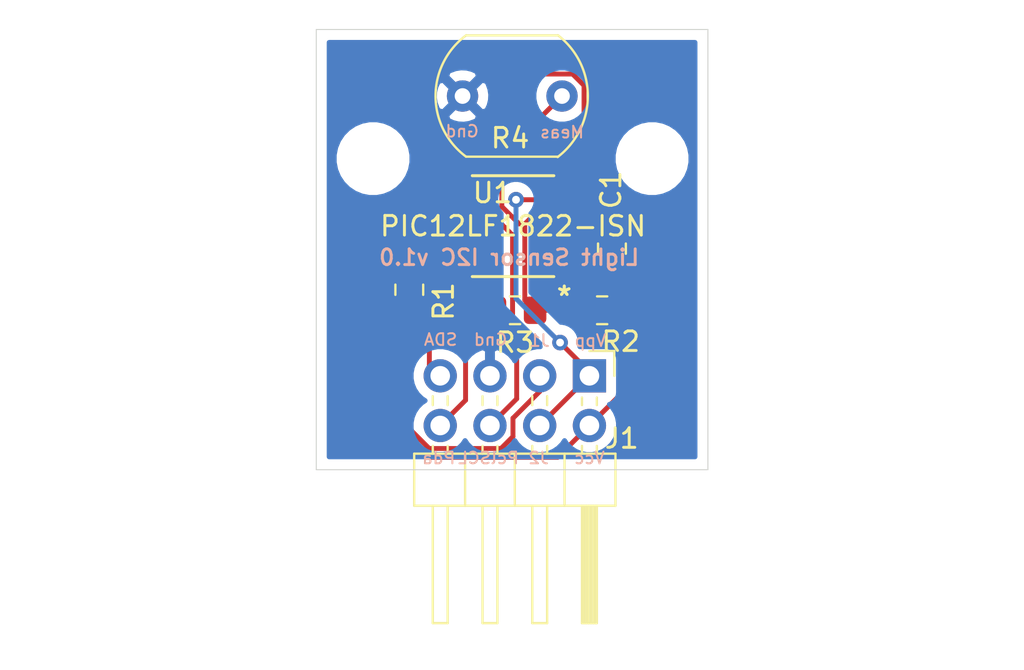
<source format=kicad_pcb>
(kicad_pcb (version 20171130) (host pcbnew "(5.1.6)-1")

  (general
    (thickness 1.6)
    (drawings 15)
    (tracks 64)
    (zones 0)
    (modules 9)
    (nets 10)
  )

  (page A4)
  (layers
    (0 F.Cu signal)
    (31 B.Cu signal)
    (32 B.Adhes user)
    (33 F.Adhes user)
    (34 B.Paste user)
    (35 F.Paste user)
    (36 B.SilkS user)
    (37 F.SilkS user)
    (38 B.Mask user)
    (39 F.Mask user)
    (40 Dwgs.User user)
    (41 Cmts.User user)
    (42 Eco1.User user)
    (43 Eco2.User user)
    (44 Edge.Cuts user)
    (45 Margin user)
    (46 B.CrtYd user)
    (47 F.CrtYd user)
    (48 B.Fab user)
    (49 F.Fab user)
  )

  (setup
    (last_trace_width 0.25)
    (trace_clearance 0.2)
    (zone_clearance 0.508)
    (zone_45_only no)
    (trace_min 0.2)
    (via_size 0.8)
    (via_drill 0.4)
    (via_min_size 0.4)
    (via_min_drill 0.3)
    (uvia_size 0.3)
    (uvia_drill 0.1)
    (uvias_allowed no)
    (uvia_min_size 0.2)
    (uvia_min_drill 0.1)
    (edge_width 0.05)
    (segment_width 0.2)
    (pcb_text_width 0.3)
    (pcb_text_size 1.5 1.5)
    (mod_edge_width 0.12)
    (mod_text_size 1 1)
    (mod_text_width 0.15)
    (pad_size 1.524 1.524)
    (pad_drill 0.762)
    (pad_to_mask_clearance 0.05)
    (aux_axis_origin 0 0)
    (visible_elements 7FFFFFFF)
    (pcbplotparams
      (layerselection 0x010fc_ffffffff)
      (usegerberextensions false)
      (usegerberattributes true)
      (usegerberadvancedattributes true)
      (creategerberjobfile true)
      (excludeedgelayer true)
      (linewidth 0.100000)
      (plotframeref false)
      (viasonmask false)
      (mode 1)
      (useauxorigin false)
      (hpglpennumber 1)
      (hpglpenspeed 20)
      (hpglpendiameter 15.000000)
      (psnegative false)
      (psa4output false)
      (plotreference true)
      (plotvalue true)
      (plotinvisibletext false)
      (padsonsilk false)
      (subtractmaskfromsilk false)
      (outputformat 1)
      (mirror false)
      (drillshape 0)
      (scaleselection 1)
      (outputdirectory ""))
  )

  (net 0 "")
  (net 1 VPP)
  (net 2 VCC)
  (net 3 "Net-(J1-Pad3)")
  (net 4 GND)
  (net 5 /Pcl)
  (net 6 /SDA)
  (net 7 /Pda)
  (net 8 /Meas)
  (net 9 "Net-(U1-Pad2)")

  (net_class Default "This is the default net class."
    (clearance 0.2)
    (trace_width 0.25)
    (via_dia 0.8)
    (via_drill 0.4)
    (uvia_dia 0.3)
    (uvia_drill 0.1)
    (add_net /Meas)
    (add_net /Pcl)
    (add_net /Pda)
    (add_net /SDA)
    (add_net GND)
    (add_net "Net-(J1-Pad3)")
    (add_net "Net-(U1-Pad2)")
    (add_net VCC)
    (add_net VPP)
  )

  (module MountingHole:MountingHole_2.7mm (layer F.Cu) (tedit 56D1B4CB) (tstamp 608CF6BF)
    (at 145.4 93.6)
    (descr "Mounting Hole 2.7mm, no annular")
    (tags "mounting hole 2.7mm no annular")
    (attr virtual)
    (fp_text reference REF** (at 0 -3.7) (layer F.SilkS) hide
      (effects (font (size 1 1) (thickness 0.15)))
    )
    (fp_text value MountingHole_2.7mm (at -11 -0.05) (layer F.Fab)
      (effects (font (size 1 1) (thickness 0.15)))
    )
    (fp_circle (center 0 0) (end 2.95 0) (layer F.CrtYd) (width 0.05))
    (fp_circle (center 0 0) (end 2.7 0) (layer Cmts.User) (width 0.15))
    (fp_text user %R (at 0.3 0) (layer F.Fab)
      (effects (font (size 1 1) (thickness 0.15)))
    )
    (pad 1 np_thru_hole circle (at 0 0) (size 2.7 2.7) (drill 2.7) (layers *.Cu *.Mask))
  )

  (module MountingHole:MountingHole_2.7mm (layer F.Cu) (tedit 56D1B4CB) (tstamp 608CF672)
    (at 159.65 93.6)
    (descr "Mounting Hole 2.7mm, no annular")
    (tags "mounting hole 2.7mm no annular")
    (attr virtual)
    (fp_text reference REF** (at 0 -3.7) (layer F.SilkS) hide
      (effects (font (size 1 1) (thickness 0.15)))
    )
    (fp_text value MountingHole_2.7mm (at 10.95 0.05 180) (layer F.Fab)
      (effects (font (size 1 1) (thickness 0.15)))
    )
    (fp_circle (center 0 0) (end 2.95 0) (layer F.CrtYd) (width 0.05))
    (fp_circle (center 0 0) (end 2.7 0) (layer Cmts.User) (width 0.15))
    (fp_text user %R (at 0.3 0) (layer F.Fab)
      (effects (font (size 1 1) (thickness 0.15)))
    )
    (pad 1 np_thru_hole circle (at 0 0) (size 2.7 2.7) (drill 2.7) (layers *.Cu *.Mask))
  )

  (module Capacitor_SMD:C_0805_2012Metric_Pad1.15x1.40mm_HandSolder (layer F.Cu) (tedit 5B36C52B) (tstamp 608CEB2B)
    (at 157.6 98.2 90)
    (descr "Capacitor SMD 0805 (2012 Metric), square (rectangular) end terminal, IPC_7351 nominal with elongated pad for handsoldering. (Body size source: https://docs.google.com/spreadsheets/d/1BsfQQcO9C6DZCsRaXUlFlo91Tg2WpOkGARC1WS5S8t0/edit?usp=sharing), generated with kicad-footprint-generator")
    (tags "capacitor handsolder")
    (path /608CAEBD)
    (attr smd)
    (fp_text reference C1 (at 3 -0.05 90) (layer F.SilkS)
      (effects (font (size 1 1) (thickness 0.15)))
    )
    (fp_text value 0.1uF (at 0 1.65 90) (layer F.Fab)
      (effects (font (size 1 1) (thickness 0.15)))
    )
    (fp_line (start 1.85 0.95) (end -1.85 0.95) (layer F.CrtYd) (width 0.05))
    (fp_line (start 1.85 -0.95) (end 1.85 0.95) (layer F.CrtYd) (width 0.05))
    (fp_line (start -1.85 -0.95) (end 1.85 -0.95) (layer F.CrtYd) (width 0.05))
    (fp_line (start -1.85 0.95) (end -1.85 -0.95) (layer F.CrtYd) (width 0.05))
    (fp_line (start -0.261252 0.71) (end 0.261252 0.71) (layer F.SilkS) (width 0.12))
    (fp_line (start -0.261252 -0.71) (end 0.261252 -0.71) (layer F.SilkS) (width 0.12))
    (fp_line (start 1 0.6) (end -1 0.6) (layer F.Fab) (width 0.1))
    (fp_line (start 1 -0.6) (end 1 0.6) (layer F.Fab) (width 0.1))
    (fp_line (start -1 -0.6) (end 1 -0.6) (layer F.Fab) (width 0.1))
    (fp_line (start -1 0.6) (end -1 -0.6) (layer F.Fab) (width 0.1))
    (fp_text user %R (at 0 0 90) (layer F.Fab)
      (effects (font (size 0.5 0.5) (thickness 0.08)))
    )
    (pad 2 smd roundrect (at 1.025 0 90) (size 1.15 1.4) (layers F.Cu F.Paste F.Mask) (roundrect_rratio 0.217391)
      (net 4 GND))
    (pad 1 smd roundrect (at -1.025 0 90) (size 1.15 1.4) (layers F.Cu F.Paste F.Mask) (roundrect_rratio 0.217391)
      (net 2 VCC))
    (model ${KISYS3DMOD}/Capacitor_SMD.3dshapes/C_0805_2012Metric.wrl
      (at (xyz 0 0 0))
      (scale (xyz 1 1 1))
      (rotate (xyz 0 0 0))
    )
  )

  (module Connector_PinHeader_2.54mm:PinHeader_2x04_P2.54mm_Horizontal (layer F.Cu) (tedit 59FED5CB) (tstamp 608CDDC9)
    (at 156.45 104.7 270)
    (descr "Through hole angled pin header, 2x04, 2.54mm pitch, 6mm pin length, double rows")
    (tags "Through hole angled pin header THT 2x04 2.54mm double row")
    (path /608DCB8A)
    (fp_text reference J1 (at 3.2 -1.65 180) (layer F.SilkS)
      (effects (font (size 1 1) (thickness 0.15)))
    )
    (fp_text value PROG_PWR (at 14.2 3.95 180) (layer F.Fab)
      (effects (font (size 1 1) (thickness 0.15)))
    )
    (fp_line (start 13.1 -1.8) (end -1.8 -1.8) (layer F.CrtYd) (width 0.05))
    (fp_line (start 13.1 9.4) (end 13.1 -1.8) (layer F.CrtYd) (width 0.05))
    (fp_line (start -1.8 9.4) (end 13.1 9.4) (layer F.CrtYd) (width 0.05))
    (fp_line (start -1.8 -1.8) (end -1.8 9.4) (layer F.CrtYd) (width 0.05))
    (fp_line (start -1.27 -1.27) (end 0 -1.27) (layer F.SilkS) (width 0.12))
    (fp_line (start -1.27 0) (end -1.27 -1.27) (layer F.SilkS) (width 0.12))
    (fp_line (start 1.042929 8) (end 1.497071 8) (layer F.SilkS) (width 0.12))
    (fp_line (start 1.042929 7.24) (end 1.497071 7.24) (layer F.SilkS) (width 0.12))
    (fp_line (start 3.582929 8) (end 3.98 8) (layer F.SilkS) (width 0.12))
    (fp_line (start 3.582929 7.24) (end 3.98 7.24) (layer F.SilkS) (width 0.12))
    (fp_line (start 12.64 8) (end 6.64 8) (layer F.SilkS) (width 0.12))
    (fp_line (start 12.64 7.24) (end 12.64 8) (layer F.SilkS) (width 0.12))
    (fp_line (start 6.64 7.24) (end 12.64 7.24) (layer F.SilkS) (width 0.12))
    (fp_line (start 3.98 6.35) (end 6.64 6.35) (layer F.SilkS) (width 0.12))
    (fp_line (start 1.042929 5.46) (end 1.497071 5.46) (layer F.SilkS) (width 0.12))
    (fp_line (start 1.042929 4.7) (end 1.497071 4.7) (layer F.SilkS) (width 0.12))
    (fp_line (start 3.582929 5.46) (end 3.98 5.46) (layer F.SilkS) (width 0.12))
    (fp_line (start 3.582929 4.7) (end 3.98 4.7) (layer F.SilkS) (width 0.12))
    (fp_line (start 12.64 5.46) (end 6.64 5.46) (layer F.SilkS) (width 0.12))
    (fp_line (start 12.64 4.7) (end 12.64 5.46) (layer F.SilkS) (width 0.12))
    (fp_line (start 6.64 4.7) (end 12.64 4.7) (layer F.SilkS) (width 0.12))
    (fp_line (start 3.98 3.81) (end 6.64 3.81) (layer F.SilkS) (width 0.12))
    (fp_line (start 1.042929 2.92) (end 1.497071 2.92) (layer F.SilkS) (width 0.12))
    (fp_line (start 1.042929 2.16) (end 1.497071 2.16) (layer F.SilkS) (width 0.12))
    (fp_line (start 3.582929 2.92) (end 3.98 2.92) (layer F.SilkS) (width 0.12))
    (fp_line (start 3.582929 2.16) (end 3.98 2.16) (layer F.SilkS) (width 0.12))
    (fp_line (start 12.64 2.92) (end 6.64 2.92) (layer F.SilkS) (width 0.12))
    (fp_line (start 12.64 2.16) (end 12.64 2.92) (layer F.SilkS) (width 0.12))
    (fp_line (start 6.64 2.16) (end 12.64 2.16) (layer F.SilkS) (width 0.12))
    (fp_line (start 3.98 1.27) (end 6.64 1.27) (layer F.SilkS) (width 0.12))
    (fp_line (start 1.11 0.38) (end 1.497071 0.38) (layer F.SilkS) (width 0.12))
    (fp_line (start 1.11 -0.38) (end 1.497071 -0.38) (layer F.SilkS) (width 0.12))
    (fp_line (start 3.582929 0.38) (end 3.98 0.38) (layer F.SilkS) (width 0.12))
    (fp_line (start 3.582929 -0.38) (end 3.98 -0.38) (layer F.SilkS) (width 0.12))
    (fp_line (start 6.64 0.28) (end 12.64 0.28) (layer F.SilkS) (width 0.12))
    (fp_line (start 6.64 0.16) (end 12.64 0.16) (layer F.SilkS) (width 0.12))
    (fp_line (start 6.64 0.04) (end 12.64 0.04) (layer F.SilkS) (width 0.12))
    (fp_line (start 6.64 -0.08) (end 12.64 -0.08) (layer F.SilkS) (width 0.12))
    (fp_line (start 6.64 -0.2) (end 12.64 -0.2) (layer F.SilkS) (width 0.12))
    (fp_line (start 6.64 -0.32) (end 12.64 -0.32) (layer F.SilkS) (width 0.12))
    (fp_line (start 12.64 0.38) (end 6.64 0.38) (layer F.SilkS) (width 0.12))
    (fp_line (start 12.64 -0.38) (end 12.64 0.38) (layer F.SilkS) (width 0.12))
    (fp_line (start 6.64 -0.38) (end 12.64 -0.38) (layer F.SilkS) (width 0.12))
    (fp_line (start 6.64 -1.33) (end 3.98 -1.33) (layer F.SilkS) (width 0.12))
    (fp_line (start 6.64 8.95) (end 6.64 -1.33) (layer F.SilkS) (width 0.12))
    (fp_line (start 3.98 8.95) (end 6.64 8.95) (layer F.SilkS) (width 0.12))
    (fp_line (start 3.98 -1.33) (end 3.98 8.95) (layer F.SilkS) (width 0.12))
    (fp_line (start 6.58 7.94) (end 12.58 7.94) (layer F.Fab) (width 0.1))
    (fp_line (start 12.58 7.3) (end 12.58 7.94) (layer F.Fab) (width 0.1))
    (fp_line (start 6.58 7.3) (end 12.58 7.3) (layer F.Fab) (width 0.1))
    (fp_line (start -0.32 7.94) (end 4.04 7.94) (layer F.Fab) (width 0.1))
    (fp_line (start -0.32 7.3) (end -0.32 7.94) (layer F.Fab) (width 0.1))
    (fp_line (start -0.32 7.3) (end 4.04 7.3) (layer F.Fab) (width 0.1))
    (fp_line (start 6.58 5.4) (end 12.58 5.4) (layer F.Fab) (width 0.1))
    (fp_line (start 12.58 4.76) (end 12.58 5.4) (layer F.Fab) (width 0.1))
    (fp_line (start 6.58 4.76) (end 12.58 4.76) (layer F.Fab) (width 0.1))
    (fp_line (start -0.32 5.4) (end 4.04 5.4) (layer F.Fab) (width 0.1))
    (fp_line (start -0.32 4.76) (end -0.32 5.4) (layer F.Fab) (width 0.1))
    (fp_line (start -0.32 4.76) (end 4.04 4.76) (layer F.Fab) (width 0.1))
    (fp_line (start 6.58 2.86) (end 12.58 2.86) (layer F.Fab) (width 0.1))
    (fp_line (start 12.58 2.22) (end 12.58 2.86) (layer F.Fab) (width 0.1))
    (fp_line (start 6.58 2.22) (end 12.58 2.22) (layer F.Fab) (width 0.1))
    (fp_line (start -0.32 2.86) (end 4.04 2.86) (layer F.Fab) (width 0.1))
    (fp_line (start -0.32 2.22) (end -0.32 2.86) (layer F.Fab) (width 0.1))
    (fp_line (start -0.32 2.22) (end 4.04 2.22) (layer F.Fab) (width 0.1))
    (fp_line (start 6.58 0.32) (end 12.58 0.32) (layer F.Fab) (width 0.1))
    (fp_line (start 12.58 -0.32) (end 12.58 0.32) (layer F.Fab) (width 0.1))
    (fp_line (start 6.58 -0.32) (end 12.58 -0.32) (layer F.Fab) (width 0.1))
    (fp_line (start -0.32 0.32) (end 4.04 0.32) (layer F.Fab) (width 0.1))
    (fp_line (start -0.32 -0.32) (end -0.32 0.32) (layer F.Fab) (width 0.1))
    (fp_line (start -0.32 -0.32) (end 4.04 -0.32) (layer F.Fab) (width 0.1))
    (fp_line (start 4.04 -0.635) (end 4.675 -1.27) (layer F.Fab) (width 0.1))
    (fp_line (start 4.04 8.89) (end 4.04 -0.635) (layer F.Fab) (width 0.1))
    (fp_line (start 6.58 8.89) (end 4.04 8.89) (layer F.Fab) (width 0.1))
    (fp_line (start 6.58 -1.27) (end 6.58 8.89) (layer F.Fab) (width 0.1))
    (fp_line (start 4.675 -1.27) (end 6.58 -1.27) (layer F.Fab) (width 0.1))
    (fp_text user %R (at 5.31 3.81) (layer F.Fab)
      (effects (font (size 1 1) (thickness 0.15)))
    )
    (pad 1 thru_hole rect (at 0 0 270) (size 1.7 1.7) (drill 1) (layers *.Cu *.Mask)
      (net 1 VPP))
    (pad 2 thru_hole oval (at 2.54 0 270) (size 1.7 1.7) (drill 1) (layers *.Cu *.Mask)
      (net 2 VCC))
    (pad 3 thru_hole oval (at 0 2.54 270) (size 1.7 1.7) (drill 1) (layers *.Cu *.Mask)
      (net 3 "Net-(J1-Pad3)"))
    (pad 4 thru_hole oval (at 2.54 2.54 270) (size 1.7 1.7) (drill 1) (layers *.Cu *.Mask)
      (net 1 VPP))
    (pad 5 thru_hole oval (at 0 5.08 270) (size 1.7 1.7) (drill 1) (layers *.Cu *.Mask)
      (net 4 GND))
    (pad 6 thru_hole oval (at 2.54 5.08 270) (size 1.7 1.7) (drill 1) (layers *.Cu *.Mask)
      (net 5 /Pcl))
    (pad 7 thru_hole oval (at 0 7.62 270) (size 1.7 1.7) (drill 1) (layers *.Cu *.Mask)
      (net 6 /SDA))
    (pad 8 thru_hole oval (at 2.54 7.62 270) (size 1.7 1.7) (drill 1) (layers *.Cu *.Mask)
      (net 7 /Pda))
    (model ${KISYS3DMOD}/Connector_PinHeader_2.54mm.3dshapes/PinHeader_2x04_P2.54mm_Horizontal.wrl
      (at (xyz 0 0 0))
      (scale (xyz 1 1 1))
      (rotate (xyz 0 0 0))
    )
  )

  (module Resistor_SMD:R_0805_2012Metric_Pad1.15x1.40mm_HandSolder (layer F.Cu) (tedit 5B36C52B) (tstamp 608CDDDA)
    (at 147.25 100.3 270)
    (descr "Resistor SMD 0805 (2012 Metric), square (rectangular) end terminal, IPC_7351 nominal with elongated pad for handsoldering. (Body size source: https://docs.google.com/spreadsheets/d/1BsfQQcO9C6DZCsRaXUlFlo91Tg2WpOkGARC1WS5S8t0/edit?usp=sharing), generated with kicad-footprint-generator")
    (tags "resistor handsolder")
    (path /608CC393)
    (attr smd)
    (fp_text reference R1 (at 0.6 -1.75 90) (layer F.SilkS)
      (effects (font (size 1 1) (thickness 0.15)))
    )
    (fp_text value 10k (at 0 1.65 90) (layer F.Fab)
      (effects (font (size 1 1) (thickness 0.15)))
    )
    (fp_line (start 1.85 0.95) (end -1.85 0.95) (layer F.CrtYd) (width 0.05))
    (fp_line (start 1.85 -0.95) (end 1.85 0.95) (layer F.CrtYd) (width 0.05))
    (fp_line (start -1.85 -0.95) (end 1.85 -0.95) (layer F.CrtYd) (width 0.05))
    (fp_line (start -1.85 0.95) (end -1.85 -0.95) (layer F.CrtYd) (width 0.05))
    (fp_line (start -0.261252 0.71) (end 0.261252 0.71) (layer F.SilkS) (width 0.12))
    (fp_line (start -0.261252 -0.71) (end 0.261252 -0.71) (layer F.SilkS) (width 0.12))
    (fp_line (start 1 0.6) (end -1 0.6) (layer F.Fab) (width 0.1))
    (fp_line (start 1 -0.6) (end 1 0.6) (layer F.Fab) (width 0.1))
    (fp_line (start -1 -0.6) (end 1 -0.6) (layer F.Fab) (width 0.1))
    (fp_line (start -1 0.6) (end -1 -0.6) (layer F.Fab) (width 0.1))
    (fp_text user %R (at 0 0 90) (layer F.Fab)
      (effects (font (size 0.5 0.5) (thickness 0.08)))
    )
    (pad 1 smd roundrect (at -1.025 0 270) (size 1.15 1.4) (layers F.Cu F.Paste F.Mask) (roundrect_rratio 0.217391)
      (net 2 VCC))
    (pad 2 smd roundrect (at 1.025 0 270) (size 1.15 1.4) (layers F.Cu F.Paste F.Mask) (roundrect_rratio 0.217391)
      (net 3 "Net-(J1-Pad3)"))
    (model ${KISYS3DMOD}/Resistor_SMD.3dshapes/R_0805_2012Metric.wrl
      (at (xyz 0 0 0))
      (scale (xyz 1 1 1))
      (rotate (xyz 0 0 0))
    )
  )

  (module Resistor_SMD:R_0805_2012Metric_Pad1.15x1.40mm_HandSolder (layer F.Cu) (tedit 5B36C52B) (tstamp 608CDDEB)
    (at 157.1 101.35 180)
    (descr "Resistor SMD 0805 (2012 Metric), square (rectangular) end terminal, IPC_7351 nominal with elongated pad for handsoldering. (Body size source: https://docs.google.com/spreadsheets/d/1BsfQQcO9C6DZCsRaXUlFlo91Tg2WpOkGARC1WS5S8t0/edit?usp=sharing), generated with kicad-footprint-generator")
    (tags "resistor handsolder")
    (path /608D46C7)
    (attr smd)
    (fp_text reference R2 (at -0.95 -1.6) (layer F.SilkS)
      (effects (font (size 1 1) (thickness 0.15)))
    )
    (fp_text value 5.1k (at 0 1.65) (layer F.Fab)
      (effects (font (size 1 1) (thickness 0.15)))
    )
    (fp_line (start -1 0.6) (end -1 -0.6) (layer F.Fab) (width 0.1))
    (fp_line (start -1 -0.6) (end 1 -0.6) (layer F.Fab) (width 0.1))
    (fp_line (start 1 -0.6) (end 1 0.6) (layer F.Fab) (width 0.1))
    (fp_line (start 1 0.6) (end -1 0.6) (layer F.Fab) (width 0.1))
    (fp_line (start -0.261252 -0.71) (end 0.261252 -0.71) (layer F.SilkS) (width 0.12))
    (fp_line (start -0.261252 0.71) (end 0.261252 0.71) (layer F.SilkS) (width 0.12))
    (fp_line (start -1.85 0.95) (end -1.85 -0.95) (layer F.CrtYd) (width 0.05))
    (fp_line (start -1.85 -0.95) (end 1.85 -0.95) (layer F.CrtYd) (width 0.05))
    (fp_line (start 1.85 -0.95) (end 1.85 0.95) (layer F.CrtYd) (width 0.05))
    (fp_line (start 1.85 0.95) (end -1.85 0.95) (layer F.CrtYd) (width 0.05))
    (fp_text user %R (at 0 0) (layer F.Fab)
      (effects (font (size 0.5 0.5) (thickness 0.08)))
    )
    (pad 2 smd roundrect (at 1.025 0 180) (size 1.15 1.4) (layers F.Cu F.Paste F.Mask) (roundrect_rratio 0.217391)
      (net 8 /Meas))
    (pad 1 smd roundrect (at -1.025 0 180) (size 1.15 1.4) (layers F.Cu F.Paste F.Mask) (roundrect_rratio 0.217391)
      (net 2 VCC))
    (model ${KISYS3DMOD}/Resistor_SMD.3dshapes/R_0805_2012Metric.wrl
      (at (xyz 0 0 0))
      (scale (xyz 1 1 1))
      (rotate (xyz 0 0 0))
    )
  )

  (module Resistor_SMD:R_0805_2012Metric_Pad1.15x1.40mm_HandSolder (layer F.Cu) (tedit 5B36C52B) (tstamp 608CDDFC)
    (at 152.65 101.35 180)
    (descr "Resistor SMD 0805 (2012 Metric), square (rectangular) end terminal, IPC_7351 nominal with elongated pad for handsoldering. (Body size source: https://docs.google.com/spreadsheets/d/1BsfQQcO9C6DZCsRaXUlFlo91Tg2WpOkGARC1WS5S8t0/edit?usp=sharing), generated with kicad-footprint-generator")
    (tags "resistor handsolder")
    (path /608D6C4F)
    (attr smd)
    (fp_text reference R3 (at 0 -1.65) (layer F.SilkS)
      (effects (font (size 1 1) (thickness 0.15)))
    )
    (fp_text value 8.2k (at 0 1.65) (layer F.Fab)
      (effects (font (size 1 1) (thickness 0.15)))
    )
    (fp_line (start 1.85 0.95) (end -1.85 0.95) (layer F.CrtYd) (width 0.05))
    (fp_line (start 1.85 -0.95) (end 1.85 0.95) (layer F.CrtYd) (width 0.05))
    (fp_line (start -1.85 -0.95) (end 1.85 -0.95) (layer F.CrtYd) (width 0.05))
    (fp_line (start -1.85 0.95) (end -1.85 -0.95) (layer F.CrtYd) (width 0.05))
    (fp_line (start -0.261252 0.71) (end 0.261252 0.71) (layer F.SilkS) (width 0.12))
    (fp_line (start -0.261252 -0.71) (end 0.261252 -0.71) (layer F.SilkS) (width 0.12))
    (fp_line (start 1 0.6) (end -1 0.6) (layer F.Fab) (width 0.1))
    (fp_line (start 1 -0.6) (end 1 0.6) (layer F.Fab) (width 0.1))
    (fp_line (start -1 -0.6) (end 1 -0.6) (layer F.Fab) (width 0.1))
    (fp_line (start -1 0.6) (end -1 -0.6) (layer F.Fab) (width 0.1))
    (fp_text user %R (at 0 0) (layer F.Fab)
      (effects (font (size 0.5 0.5) (thickness 0.08)))
    )
    (pad 1 smd roundrect (at -1.025 0 180) (size 1.15 1.4) (layers F.Cu F.Paste F.Mask) (roundrect_rratio 0.217391)
      (net 8 /Meas))
    (pad 2 smd roundrect (at 1.025 0 180) (size 1.15 1.4) (layers F.Cu F.Paste F.Mask) (roundrect_rratio 0.217391)
      (net 4 GND))
    (model ${KISYS3DMOD}/Resistor_SMD.3dshapes/R_0805_2012Metric.wrl
      (at (xyz 0 0 0))
      (scale (xyz 1 1 1))
      (rotate (xyz 0 0 0))
    )
  )

  (module OptoDevice:R_LDR_7x6mm_P5.1mm_Vertical (layer F.Cu) (tedit 5B86044C) (tstamp 608CDE1C)
    (at 155.05 90.4 180)
    (descr "Resistor, LDR 7x6mm")
    (tags "Resistor LDR7x6mm")
    (path /608D8998)
    (fp_text reference R4 (at 2.65 -2.15) (layer F.SilkS)
      (effects (font (size 1 1) (thickness 0.15)))
    )
    (fp_text value R_PHOTO (at 2.54 4.06) (layer F.Fab)
      (effects (font (size 1 1) (thickness 0.15)))
    )
    (fp_line (start 6.57 3.25) (end -1.49 3.25) (layer F.CrtYd) (width 0.05))
    (fp_line (start 6.57 3.25) (end 6.57 -3.25) (layer F.CrtYd) (width 0.05))
    (fp_line (start -1.49 -3.25) (end -1.49 3.25) (layer F.CrtYd) (width 0.05))
    (fp_line (start -1.49 -3.25) (end 6.57 -3.25) (layer F.CrtYd) (width 0.05))
    (fp_line (start 0.24 -3) (end 4.84 -3) (layer F.Fab) (width 0.1))
    (fp_line (start 4.84 3) (end 0.24 3) (layer F.Fab) (width 0.1))
    (fp_line (start 1.64 1.8) (end 3.44 1.8) (layer F.Fab) (width 0.1))
    (fp_line (start 1.64 1.2) (end 1.64 1.8) (layer F.Fab) (width 0.1))
    (fp_line (start 3.44 1.2) (end 1.64 1.2) (layer F.Fab) (width 0.1))
    (fp_line (start 3.44 0.6) (end 3.44 1.2) (layer F.Fab) (width 0.1))
    (fp_line (start 1.64 0.6) (end 3.44 0.6) (layer F.Fab) (width 0.1))
    (fp_line (start 1.64 0) (end 1.64 0.6) (layer F.Fab) (width 0.1))
    (fp_line (start 3.44 0) (end 1.64 0) (layer F.Fab) (width 0.1))
    (fp_line (start 3.44 -0.6) (end 3.44 0) (layer F.Fab) (width 0.1))
    (fp_line (start 1.64 -0.6) (end 3.44 -0.6) (layer F.Fab) (width 0.1))
    (fp_line (start 1.64 -1.2) (end 1.64 -0.6) (layer F.Fab) (width 0.1))
    (fp_line (start 3.44 -1.2) (end 1.64 -1.2) (layer F.Fab) (width 0.1))
    (fp_line (start 3.44 -1.8) (end 3.44 -1.2) (layer F.Fab) (width 0.1))
    (fp_line (start 1.64 -1.8) (end 3.44 -1.8) (layer F.Fab) (width 0.1))
    (fp_line (start 0.2 3.1) (end 4.9 3.1) (layer F.SilkS) (width 0.12))
    (fp_line (start 0.2 -3.1) (end 4.9 -3.1) (layer F.SilkS) (width 0.12))
    (fp_text user %R (at 2.65 -2.15) (layer F.Fab)
      (effects (font (size 1 1) (thickness 0.15)))
    )
    (fp_arc (start 2.6 0) (end 0.2 3.1) (angle 105) (layer F.SilkS) (width 0.12))
    (fp_arc (start 2.6 0) (end 4.9 -3.1) (angle 107) (layer F.SilkS) (width 0.12))
    (fp_arc (start 2.54 0) (end 4.84 -3) (angle 105) (layer F.Fab) (width 0.1))
    (fp_arc (start 2.54 0) (end 0.24 3) (angle 105) (layer F.Fab) (width 0.1))
    (pad 1 thru_hole circle (at 0 0 180) (size 1.6 1.6) (drill 0.8) (layers *.Cu *.Mask)
      (net 8 /Meas))
    (pad 2 thru_hole circle (at 5.08 0 180) (size 1.6 1.6) (drill 0.8) (layers *.Cu *.Mask)
      (net 4 GND))
    (model ${KISYS3DMOD}/OptoDevice.3dshapes/R_LDR_7x6mm_P5.1mm_Vertical.wrl
      (at (xyz 0 0 0))
      (scale (xyz 1 1 1))
      (rotate (xyz 0 0 0))
    )
  )

  (module custom-footprints:pic12lf1822-i&slash_sn (layer F.Cu) (tedit 0) (tstamp 608CF36C)
    (at 152.55 97.05 180)
    (path /608C5CBF)
    (fp_text reference U1 (at 1.05 1.7) (layer F.SilkS)
      (effects (font (size 1 1) (thickness 0.15)))
    )
    (fp_text value PIC12LF1822-ISN (at 0 0) (layer F.SilkS)
      (effects (font (size 1 1) (thickness 0.15)))
    )
    (fp_line (start -2.2098 2.4384) (end -3.6068 2.4384) (layer F.CrtYd) (width 0.1524))
    (fp_line (start -2.2098 2.7051) (end -2.2098 2.4384) (layer F.CrtYd) (width 0.1524))
    (fp_line (start 2.2098 2.7051) (end -2.2098 2.7051) (layer F.CrtYd) (width 0.1524))
    (fp_line (start 2.2098 2.4384) (end 2.2098 2.7051) (layer F.CrtYd) (width 0.1524))
    (fp_line (start 3.6068 2.4384) (end 2.2098 2.4384) (layer F.CrtYd) (width 0.1524))
    (fp_line (start 3.6068 -2.4384) (end 3.6068 2.4384) (layer F.CrtYd) (width 0.1524))
    (fp_line (start 2.2098 -2.4384) (end 3.6068 -2.4384) (layer F.CrtYd) (width 0.1524))
    (fp_line (start 2.2098 -2.7051) (end 2.2098 -2.4384) (layer F.CrtYd) (width 0.1524))
    (fp_line (start -2.2098 -2.7051) (end 2.2098 -2.7051) (layer F.CrtYd) (width 0.1524))
    (fp_line (start -2.2098 -2.4384) (end -2.2098 -2.7051) (layer F.CrtYd) (width 0.1524))
    (fp_line (start -3.6068 -2.4384) (end -2.2098 -2.4384) (layer F.CrtYd) (width 0.1524))
    (fp_line (start -3.6068 2.4384) (end -3.6068 -2.4384) (layer F.CrtYd) (width 0.1524))
    (fp_line (start -1.9558 -2.4511) (end -1.9558 2.4511) (layer F.Fab) (width 0.1524))
    (fp_line (start 1.9558 -2.4511) (end -1.9558 -2.4511) (layer F.Fab) (width 0.1524))
    (fp_line (start 1.9558 2.4511) (end 1.9558 -2.4511) (layer F.Fab) (width 0.1524))
    (fp_line (start -1.9558 2.4511) (end 1.9558 2.4511) (layer F.Fab) (width 0.1524))
    (fp_line (start 2.0828 -2.5781) (end -2.0828 -2.5781) (layer F.SilkS) (width 0.1524))
    (fp_line (start -2.0828 2.5781) (end 2.0828 2.5781) (layer F.SilkS) (width 0.1524))
    (fp_line (start 2.9972 -2.159) (end 1.9558 -2.159) (layer F.Fab) (width 0.1524))
    (fp_line (start 2.9972 -1.651) (end 2.9972 -2.159) (layer F.Fab) (width 0.1524))
    (fp_line (start 1.9558 -1.651) (end 2.9972 -1.651) (layer F.Fab) (width 0.1524))
    (fp_line (start 1.9558 -2.159) (end 1.9558 -1.651) (layer F.Fab) (width 0.1524))
    (fp_line (start 2.9972 -0.889) (end 1.9558 -0.889) (layer F.Fab) (width 0.1524))
    (fp_line (start 2.9972 -0.381) (end 2.9972 -0.889) (layer F.Fab) (width 0.1524))
    (fp_line (start 1.9558 -0.381) (end 2.9972 -0.381) (layer F.Fab) (width 0.1524))
    (fp_line (start 1.9558 -0.889) (end 1.9558 -0.381) (layer F.Fab) (width 0.1524))
    (fp_line (start 2.9972 0.381) (end 1.9558 0.381) (layer F.Fab) (width 0.1524))
    (fp_line (start 2.9972 0.889) (end 2.9972 0.381) (layer F.Fab) (width 0.1524))
    (fp_line (start 1.9558 0.889) (end 2.9972 0.889) (layer F.Fab) (width 0.1524))
    (fp_line (start 1.9558 0.381) (end 1.9558 0.889) (layer F.Fab) (width 0.1524))
    (fp_line (start 2.9972 1.651) (end 1.9558 1.651) (layer F.Fab) (width 0.1524))
    (fp_line (start 2.9972 2.159) (end 2.9972 1.651) (layer F.Fab) (width 0.1524))
    (fp_line (start 1.9558 2.159) (end 2.9972 2.159) (layer F.Fab) (width 0.1524))
    (fp_line (start 1.9558 1.651) (end 1.9558 2.159) (layer F.Fab) (width 0.1524))
    (fp_line (start -2.9972 2.159) (end -1.9558 2.159) (layer F.Fab) (width 0.1524))
    (fp_line (start -2.9972 1.651) (end -2.9972 2.159) (layer F.Fab) (width 0.1524))
    (fp_line (start -1.9558 1.651) (end -2.9972 1.651) (layer F.Fab) (width 0.1524))
    (fp_line (start -1.9558 2.159) (end -1.9558 1.651) (layer F.Fab) (width 0.1524))
    (fp_line (start -2.9972 0.889) (end -1.9558 0.889) (layer F.Fab) (width 0.1524))
    (fp_line (start -2.9972 0.381) (end -2.9972 0.889) (layer F.Fab) (width 0.1524))
    (fp_line (start -1.9558 0.381) (end -2.9972 0.381) (layer F.Fab) (width 0.1524))
    (fp_line (start -1.9558 0.889) (end -1.9558 0.381) (layer F.Fab) (width 0.1524))
    (fp_line (start -2.9972 -0.381) (end -1.9558 -0.381) (layer F.Fab) (width 0.1524))
    (fp_line (start -2.9972 -0.889) (end -2.9972 -0.381) (layer F.Fab) (width 0.1524))
    (fp_line (start -1.9558 -0.889) (end -2.9972 -0.889) (layer F.Fab) (width 0.1524))
    (fp_line (start -1.9558 -0.381) (end -1.9558 -0.889) (layer F.Fab) (width 0.1524))
    (fp_line (start -2.9972 -1.651) (end -1.9558 -1.651) (layer F.Fab) (width 0.1524))
    (fp_line (start -2.9972 -2.159) (end -2.9972 -1.651) (layer F.Fab) (width 0.1524))
    (fp_line (start -1.9558 -2.159) (end -2.9972 -2.159) (layer F.Fab) (width 0.1524))
    (fp_line (start -1.9558 -1.651) (end -1.9558 -2.159) (layer F.Fab) (width 0.1524))
    (fp_text user "Copyright 2016 Accelerated Designs. All rights reserved." (at -0.05 0) (layer Cmts.User)
      (effects (font (size 0.127 0.127) (thickness 0.002)))
    )
    (fp_text user * (at -2.6162 -3.6068) (layer F.SilkS)
      (effects (font (size 1 1) (thickness 0.15)))
    )
    (fp_text user * (at -1.5748 -2.3749) (layer F.Fab)
      (effects (font (size 1 1) (thickness 0.15)))
    )
    (fp_text user 0.05in/1.27mm (at 14.45 -3.05 180) (layer Dwgs.User)
      (effects (font (size 1 1) (thickness 0.15)))
    )
    (fp_text user 0.022in/0.559mm (at 14.4 -1.45 180) (layer Dwgs.User)
      (effects (font (size 1 1) (thickness 0.15)))
    )
    (fp_text user 0.186in/4.724mm (at 14.45 -6.2) (layer Dwgs.User)
      (effects (font (size 1 1) (thickness 0.15)))
    )
    (fp_text user 0.078in/1.981mm (at 14.45 -4.6) (layer Dwgs.User)
      (effects (font (size 1 1) (thickness 0.15)))
    )
    (fp_text user * (at -2.6162 -3.6068) (layer F.SilkS)
      (effects (font (size 1 1) (thickness 0.15)))
    )
    (fp_text user * (at -1.5748 -2.3749) (layer F.Fab)
      (effects (font (size 1 1) (thickness 0.15)))
    )
    (fp_arc (start 0 -2.4511) (end 0.3048 -2.4511) (angle 180) (layer F.Fab) (width 0.1524))
    (pad 1 smd rect (at -2.3622 -1.905 180) (size 1.9812 0.5588) (layers F.Cu F.Paste F.Mask)
      (net 2 VCC))
    (pad 2 smd rect (at -2.3622 -0.635 180) (size 1.9812 0.5588) (layers F.Cu F.Paste F.Mask)
      (net 9 "Net-(U1-Pad2)"))
    (pad 3 smd rect (at -2.3622 0.635 180) (size 1.9812 0.5588) (layers F.Cu F.Paste F.Mask)
      (net 8 /Meas))
    (pad 4 smd rect (at -2.3622 1.905 180) (size 1.9812 0.5588) (layers F.Cu F.Paste F.Mask)
      (net 1 VPP))
    (pad 5 smd rect (at 2.3622 1.905 180) (size 1.9812 0.5588) (layers F.Cu F.Paste F.Mask)
      (net 6 /SDA))
    (pad 6 smd rect (at 2.3622 0.635 180) (size 1.9812 0.5588) (layers F.Cu F.Paste F.Mask)
      (net 5 /Pcl))
    (pad 7 smd rect (at 2.3622 -0.635 180) (size 1.9812 0.5588) (layers F.Cu F.Paste F.Mask)
      (net 7 /Pda))
    (pad 8 smd rect (at 2.3622 -1.905 180) (size 1.9812 0.5588) (layers F.Cu F.Paste F.Mask)
      (net 4 GND))
  )

  (gr_line (start 162.5 87) (end 162.5 109.5) (layer Edge.Cuts) (width 0.05) (tstamp 608CF707))
  (gr_line (start 142.5 109.5) (end 142.5 87) (layer Edge.Cuts) (width 0.05) (tstamp 608CF6FF))
  (gr_text "Light Sensor I2C v1.0" (at 152.35 98.65) (layer B.SilkS)
    (effects (font (size 0.8 0.8) (thickness 0.15)) (justify mirror))
  )
  (gr_text Meas (at 155.05 92.25) (layer B.SilkS) (tstamp 608CF646)
    (effects (font (size 0.6 0.6) (thickness 0.1)) (justify mirror))
  )
  (gr_text Gnd (at 149.95 92.2) (layer B.SilkS) (tstamp 608CF646)
    (effects (font (size 0.6 0.6) (thickness 0.1)) (justify mirror))
  )
  (gr_text Pda (at 148.75 108.9) (layer B.SilkS) (tstamp 608CF646)
    (effects (font (size 0.6 0.6) (thickness 0.1)) (justify mirror))
  )
  (gr_text PclSCL (at 151.3 108.9) (layer B.SilkS) (tstamp 608CF646)
    (effects (font (size 0.6 0.6) (thickness 0.1)) (justify mirror))
  )
  (gr_text J2 (at 153.85 108.9) (layer B.SilkS) (tstamp 608CF646)
    (effects (font (size 0.6 0.6) (thickness 0.1)) (justify mirror))
  )
  (gr_text Vcc (at 156.45 108.9) (layer B.SilkS) (tstamp 608CF646)
    (effects (font (size 0.6 0.6) (thickness 0.1)) (justify mirror))
  )
  (gr_text Vpp (at 156.5 102.9) (layer B.SilkS) (tstamp 608CF646)
    (effects (font (size 0.6 0.6) (thickness 0.1)) (justify mirror))
  )
  (gr_text J1 (at 153.9 102.9) (layer B.SilkS) (tstamp 608CF646)
    (effects (font (size 0.6 0.6) (thickness 0.1)) (justify mirror))
  )
  (gr_text Gnd (at 151.4 102.85) (layer B.SilkS) (tstamp 608CF646)
    (effects (font (size 0.6 0.6) (thickness 0.1)) (justify mirror))
  )
  (gr_text SDA (at 148.85 102.85) (layer B.SilkS)
    (effects (font (size 0.6 0.6) (thickness 0.1)) (justify mirror))
  )
  (gr_line (start 162.5 109.5) (end 142.5 109.5) (layer Edge.Cuts) (width 0.05) (tstamp 608CF636))
  (gr_line (start 142.5 87) (end 162.5 87) (layer Edge.Cuts) (width 0.05))

  (segment (start 153.91 107.24) (end 156.45 104.7) (width 0.25) (layer F.Cu) (net 1))
  (via (at 154.95 103) (size 0.8) (drill 0.4) (layers F.Cu B.Cu) (net 1))
  (segment (start 156.45 104.7) (end 156.45 104.5) (width 0.25) (layer F.Cu) (net 1))
  (segment (start 156.45 104.5) (end 154.95 103) (width 0.25) (layer F.Cu) (net 1))
  (segment (start 154.95 103) (end 152.7 100.75) (width 0.25) (layer B.Cu) (net 1))
  (via (at 152.7 95.7) (size 0.8) (drill 0.4) (layers F.Cu B.Cu) (net 1))
  (segment (start 152.7 100.75) (end 152.7 95.7) (width 0.25) (layer B.Cu) (net 1))
  (segment (start 154.3572 95.7) (end 154.9122 95.145) (width 0.25) (layer F.Cu) (net 1))
  (segment (start 152.7 95.7) (end 154.3572 95.7) (width 0.25) (layer F.Cu) (net 1))
  (segment (start 158.125 105.565) (end 158.125 101.35) (width 0.25) (layer F.Cu) (net 2))
  (segment (start 156.45 107.24) (end 158.125 105.565) (width 0.25) (layer F.Cu) (net 2))
  (segment (start 146.22499 100.30001) (end 147.25 99.275) (width 0.25) (layer F.Cu) (net 2))
  (segment (start 146.22499 107.010402) (end 146.22499 100.30001) (width 0.25) (layer F.Cu) (net 2))
  (segment (start 148.079598 108.86501) (end 146.22499 107.010402) (width 0.25) (layer F.Cu) (net 2))
  (segment (start 154.82499 108.86501) (end 148.079598 108.86501) (width 0.25) (layer F.Cu) (net 2))
  (segment (start 156.45 107.24) (end 154.82499 108.86501) (width 0.25) (layer F.Cu) (net 2))
  (segment (start 158.125 99.75) (end 157.6 99.225) (width 0.25) (layer F.Cu) (net 2))
  (segment (start 158.125 101.35) (end 158.125 99.75) (width 0.25) (layer F.Cu) (net 2))
  (segment (start 155.1822 99.225) (end 154.9122 98.955) (width 0.25) (layer F.Cu) (net 2))
  (segment (start 157.6 99.225) (end 155.1822 99.225) (width 0.25) (layer F.Cu) (net 2))
  (segment (start 147.25 107.399002) (end 147.25 101.325) (width 0.25) (layer F.Cu) (net 3))
  (segment (start 148.265999 108.415001) (end 147.25 107.399002) (width 0.25) (layer F.Cu) (net 3))
  (segment (start 151.934001 108.415001) (end 148.265999 108.415001) (width 0.25) (layer F.Cu) (net 3))
  (segment (start 152.545001 107.804001) (end 151.934001 108.415001) (width 0.25) (layer F.Cu) (net 3))
  (segment (start 152.545001 106.865997) (end 152.545001 107.804001) (width 0.25) (layer F.Cu) (net 3))
  (segment (start 153.91 105.500998) (end 152.545001 106.865997) (width 0.25) (layer F.Cu) (net 3))
  (segment (start 153.91 104.7) (end 153.91 105.500998) (width 0.25) (layer F.Cu) (net 3))
  (segment (start 151.625 100.3922) (end 150.1878 98.955) (width 0.25) (layer F.Cu) (net 4))
  (segment (start 151.625 101.35) (end 151.625 100.3922) (width 0.25) (layer F.Cu) (net 4))
  (segment (start 151.37 101.605) (end 151.625 101.35) (width 0.25) (layer F.Cu) (net 4))
  (segment (start 151.37 104.7) (end 151.37 101.605) (width 0.25) (layer F.Cu) (net 4))
  (segment (start 151.095001 89.274999) (end 149.97 90.4) (width 0.25) (layer F.Cu) (net 4))
  (segment (start 155.590001 89.274999) (end 151.095001 89.274999) (width 0.25) (layer F.Cu) (net 4))
  (segment (start 156.175001 94.325001) (end 156.175001 89.859999) (width 0.25) (layer F.Cu) (net 4))
  (segment (start 156.175001 89.859999) (end 155.590001 89.274999) (width 0.25) (layer F.Cu) (net 4))
  (segment (start 157.6 97.175) (end 157.6 96.85) (width 0.25) (layer F.Cu) (net 4))
  (segment (start 157.6 96.85) (end 156.35 95.6) (width 0.25) (layer F.Cu) (net 4))
  (segment (start 156.35 94.5) (end 156.175001 94.325001) (width 0.25) (layer F.Cu) (net 4))
  (segment (start 156.35 95.6) (end 156.35 94.5) (width 0.25) (layer F.Cu) (net 4))
  (segment (start 151.4284 96.415) (end 150.1878 96.415) (width 0.25) (layer F.Cu) (net 5))
  (segment (start 152.52501 97.51161) (end 151.4284 96.415) (width 0.25) (layer F.Cu) (net 5))
  (segment (start 152.52501 102.541842) (end 152.52501 97.51161) (width 0.25) (layer F.Cu) (net 5))
  (segment (start 152.734999 102.751831) (end 152.52501 102.541842) (width 0.25) (layer F.Cu) (net 5))
  (segment (start 152.734999 105.875001) (end 152.734999 102.751831) (width 0.25) (layer F.Cu) (net 5))
  (segment (start 151.37 107.24) (end 152.734999 105.875001) (width 0.25) (layer F.Cu) (net 5))
  (segment (start 148.27501 95.81719) (end 148.9472 95.145) (width 0.25) (layer F.Cu) (net 6))
  (segment (start 148.9472 95.145) (end 150.1878 95.145) (width 0.25) (layer F.Cu) (net 6))
  (segment (start 148.27501 104.14501) (end 148.27501 95.81719) (width 0.25) (layer F.Cu) (net 6))
  (segment (start 148.83 104.7) (end 148.27501 104.14501) (width 0.25) (layer F.Cu) (net 6))
  (segment (start 148.9472 97.685) (end 150.1878 97.685) (width 0.25) (layer F.Cu) (net 7))
  (segment (start 148.872199 97.760001) (end 148.9472 97.685) (width 0.25) (layer F.Cu) (net 7))
  (segment (start 148.872199 99.409009) (end 148.872199 97.760001) (width 0.25) (layer F.Cu) (net 7))
  (segment (start 150.12501 100.66182) (end 148.872199 99.409009) (width 0.25) (layer F.Cu) (net 7))
  (segment (start 150.12501 105.94499) (end 150.12501 100.66182) (width 0.25) (layer F.Cu) (net 7))
  (segment (start 148.83 107.24) (end 150.12501 105.94499) (width 0.25) (layer F.Cu) (net 7))
  (segment (start 156.075 101.35) (end 153.675 101.35) (width 0.25) (layer F.Cu) (net 8))
  (segment (start 153.675 101.35) (end 153.15 100.825) (width 0.25) (layer F.Cu) (net 8))
  (segment (start 153.15 96.9366) (end 153.6716 96.415) (width 0.25) (layer F.Cu) (net 8))
  (segment (start 153.15 100.825) (end 153.15 96.9366) (width 0.25) (layer F.Cu) (net 8))
  (segment (start 153.6716 96.415) (end 154.9122 96.415) (width 0.25) (layer F.Cu) (net 8))
  (segment (start 152.863598 96.9366) (end 153.15 96.9366) (width 0.25) (layer F.Cu) (net 8))
  (segment (start 151.974999 93.475001) (end 151.974999 96.048001) (width 0.25) (layer F.Cu) (net 8))
  (segment (start 151.974999 96.048001) (end 152.863598 96.9366) (width 0.25) (layer F.Cu) (net 8))
  (segment (start 155.05 90.4) (end 151.974999 93.475001) (width 0.25) (layer F.Cu) (net 8))

  (zone (net 4) (net_name GND) (layer B.Cu) (tstamp 608CFAD8) (hatch edge 0.508)
    (connect_pads (clearance 0.508))
    (min_thickness 0.254)
    (fill yes (arc_segments 32) (thermal_gap 0.508) (thermal_bridge_width 0.508))
    (polygon
      (pts
        (xy 162.5 109.5) (xy 142.55 109.5) (xy 142.5 87) (xy 162.5 87)
      )
    )
    (filled_polygon
      (pts
        (xy 161.840001 108.84) (xy 143.16 108.84) (xy 143.16 104.55374) (xy 147.345 104.55374) (xy 147.345 104.84626)
        (xy 147.402068 105.133158) (xy 147.51401 105.403411) (xy 147.676525 105.646632) (xy 147.883368 105.853475) (xy 148.05776 105.97)
        (xy 147.883368 106.086525) (xy 147.676525 106.293368) (xy 147.51401 106.536589) (xy 147.402068 106.806842) (xy 147.345 107.09374)
        (xy 147.345 107.38626) (xy 147.402068 107.673158) (xy 147.51401 107.943411) (xy 147.676525 108.186632) (xy 147.883368 108.393475)
        (xy 148.126589 108.55599) (xy 148.396842 108.667932) (xy 148.68374 108.725) (xy 148.97626 108.725) (xy 149.263158 108.667932)
        (xy 149.533411 108.55599) (xy 149.776632 108.393475) (xy 149.983475 108.186632) (xy 150.1 108.01224) (xy 150.216525 108.186632)
        (xy 150.423368 108.393475) (xy 150.666589 108.55599) (xy 150.936842 108.667932) (xy 151.22374 108.725) (xy 151.51626 108.725)
        (xy 151.803158 108.667932) (xy 152.073411 108.55599) (xy 152.316632 108.393475) (xy 152.523475 108.186632) (xy 152.64 108.01224)
        (xy 152.756525 108.186632) (xy 152.963368 108.393475) (xy 153.206589 108.55599) (xy 153.476842 108.667932) (xy 153.76374 108.725)
        (xy 154.05626 108.725) (xy 154.343158 108.667932) (xy 154.613411 108.55599) (xy 154.856632 108.393475) (xy 155.063475 108.186632)
        (xy 155.18 108.01224) (xy 155.296525 108.186632) (xy 155.503368 108.393475) (xy 155.746589 108.55599) (xy 156.016842 108.667932)
        (xy 156.30374 108.725) (xy 156.59626 108.725) (xy 156.883158 108.667932) (xy 157.153411 108.55599) (xy 157.396632 108.393475)
        (xy 157.603475 108.186632) (xy 157.76599 107.943411) (xy 157.877932 107.673158) (xy 157.935 107.38626) (xy 157.935 107.09374)
        (xy 157.877932 106.806842) (xy 157.76599 106.536589) (xy 157.603475 106.293368) (xy 157.47162 106.161513) (xy 157.54418 106.139502)
        (xy 157.654494 106.080537) (xy 157.751185 106.001185) (xy 157.830537 105.904494) (xy 157.889502 105.79418) (xy 157.925812 105.674482)
        (xy 157.938072 105.55) (xy 157.938072 103.85) (xy 157.925812 103.725518) (xy 157.889502 103.60582) (xy 157.830537 103.495506)
        (xy 157.751185 103.398815) (xy 157.654494 103.319463) (xy 157.54418 103.260498) (xy 157.424482 103.224188) (xy 157.3 103.211928)
        (xy 155.963122 103.211928) (xy 155.985 103.101939) (xy 155.985 102.898061) (xy 155.945226 102.698102) (xy 155.867205 102.509744)
        (xy 155.753937 102.340226) (xy 155.609774 102.196063) (xy 155.440256 102.082795) (xy 155.251898 102.004774) (xy 155.051939 101.965)
        (xy 154.989802 101.965) (xy 153.46 100.435199) (xy 153.46 96.403711) (xy 153.503937 96.359774) (xy 153.617205 96.190256)
        (xy 153.695226 96.001898) (xy 153.735 95.801939) (xy 153.735 95.598061) (xy 153.695226 95.398102) (xy 153.617205 95.209744)
        (xy 153.503937 95.040226) (xy 153.359774 94.896063) (xy 153.190256 94.782795) (xy 153.001898 94.704774) (xy 152.801939 94.665)
        (xy 152.598061 94.665) (xy 152.398102 94.704774) (xy 152.209744 94.782795) (xy 152.040226 94.896063) (xy 151.896063 95.040226)
        (xy 151.782795 95.209744) (xy 151.704774 95.398102) (xy 151.665 95.598061) (xy 151.665 95.801939) (xy 151.704774 96.001898)
        (xy 151.782795 96.190256) (xy 151.896063 96.359774) (xy 151.940001 96.403712) (xy 151.94 100.712677) (xy 151.936324 100.75)
        (xy 151.94 100.787322) (xy 151.94 100.787332) (xy 151.950997 100.898985) (xy 151.994454 101.042246) (xy 152.065026 101.174276)
        (xy 152.104871 101.222826) (xy 152.159999 101.290001) (xy 152.189003 101.313804) (xy 153.915 103.039802) (xy 153.915 103.101939)
        (xy 153.937489 103.215) (xy 153.76374 103.215) (xy 153.476842 103.272068) (xy 153.206589 103.38401) (xy 152.963368 103.546525)
        (xy 152.756525 103.753368) (xy 152.634805 103.935534) (xy 152.565178 103.818645) (xy 152.370269 103.602412) (xy 152.13692 103.428359)
        (xy 151.874099 103.303175) (xy 151.72689 103.258524) (xy 151.497 103.379845) (xy 151.497 104.573) (xy 151.517 104.573)
        (xy 151.517 104.827) (xy 151.497 104.827) (xy 151.497 104.847) (xy 151.243 104.847) (xy 151.243 104.827)
        (xy 151.223 104.827) (xy 151.223 104.573) (xy 151.243 104.573) (xy 151.243 103.379845) (xy 151.01311 103.258524)
        (xy 150.865901 103.303175) (xy 150.60308 103.428359) (xy 150.369731 103.602412) (xy 150.174822 103.818645) (xy 150.105195 103.935534)
        (xy 149.983475 103.753368) (xy 149.776632 103.546525) (xy 149.533411 103.38401) (xy 149.263158 103.272068) (xy 148.97626 103.215)
        (xy 148.68374 103.215) (xy 148.396842 103.272068) (xy 148.126589 103.38401) (xy 147.883368 103.546525) (xy 147.676525 103.753368)
        (xy 147.51401 103.996589) (xy 147.402068 104.266842) (xy 147.345 104.55374) (xy 143.16 104.55374) (xy 143.16 93.404495)
        (xy 143.415 93.404495) (xy 143.415 93.795505) (xy 143.491282 94.179003) (xy 143.640915 94.54025) (xy 143.858149 94.865364)
        (xy 144.134636 95.141851) (xy 144.45975 95.359085) (xy 144.820997 95.508718) (xy 145.204495 95.585) (xy 145.595505 95.585)
        (xy 145.979003 95.508718) (xy 146.34025 95.359085) (xy 146.665364 95.141851) (xy 146.941851 94.865364) (xy 147.159085 94.54025)
        (xy 147.308718 94.179003) (xy 147.385 93.795505) (xy 147.385 93.404495) (xy 157.665 93.404495) (xy 157.665 93.795505)
        (xy 157.741282 94.179003) (xy 157.890915 94.54025) (xy 158.108149 94.865364) (xy 158.384636 95.141851) (xy 158.70975 95.359085)
        (xy 159.070997 95.508718) (xy 159.454495 95.585) (xy 159.845505 95.585) (xy 160.229003 95.508718) (xy 160.59025 95.359085)
        (xy 160.915364 95.141851) (xy 161.191851 94.865364) (xy 161.409085 94.54025) (xy 161.558718 94.179003) (xy 161.635 93.795505)
        (xy 161.635 93.404495) (xy 161.558718 93.020997) (xy 161.409085 92.65975) (xy 161.191851 92.334636) (xy 160.915364 92.058149)
        (xy 160.59025 91.840915) (xy 160.229003 91.691282) (xy 159.845505 91.615) (xy 159.454495 91.615) (xy 159.070997 91.691282)
        (xy 158.70975 91.840915) (xy 158.384636 92.058149) (xy 158.108149 92.334636) (xy 157.890915 92.65975) (xy 157.741282 93.020997)
        (xy 157.665 93.404495) (xy 147.385 93.404495) (xy 147.308718 93.020997) (xy 147.159085 92.65975) (xy 146.941851 92.334636)
        (xy 146.665364 92.058149) (xy 146.34025 91.840915) (xy 145.979003 91.691282) (xy 145.595505 91.615) (xy 145.204495 91.615)
        (xy 144.820997 91.691282) (xy 144.45975 91.840915) (xy 144.134636 92.058149) (xy 143.858149 92.334636) (xy 143.640915 92.65975)
        (xy 143.491282 93.020997) (xy 143.415 93.404495) (xy 143.16 93.404495) (xy 143.16 91.392702) (xy 149.156903 91.392702)
        (xy 149.228486 91.636671) (xy 149.483996 91.757571) (xy 149.758184 91.8263) (xy 150.040512 91.840217) (xy 150.32013 91.798787)
        (xy 150.586292 91.703603) (xy 150.711514 91.636671) (xy 150.783097 91.392702) (xy 149.97 90.579605) (xy 149.156903 91.392702)
        (xy 143.16 91.392702) (xy 143.16 90.470512) (xy 148.529783 90.470512) (xy 148.571213 90.75013) (xy 148.666397 91.016292)
        (xy 148.733329 91.141514) (xy 148.977298 91.213097) (xy 149.790395 90.4) (xy 150.149605 90.4) (xy 150.962702 91.213097)
        (xy 151.206671 91.141514) (xy 151.327571 90.886004) (xy 151.3963 90.611816) (xy 151.410217 90.329488) (xy 151.399724 90.258665)
        (xy 153.615 90.258665) (xy 153.615 90.541335) (xy 153.670147 90.818574) (xy 153.77832 91.079727) (xy 153.935363 91.314759)
        (xy 154.135241 91.514637) (xy 154.370273 91.67168) (xy 154.631426 91.779853) (xy 154.908665 91.835) (xy 155.191335 91.835)
        (xy 155.468574 91.779853) (xy 155.729727 91.67168) (xy 155.964759 91.514637) (xy 156.164637 91.314759) (xy 156.32168 91.079727)
        (xy 156.429853 90.818574) (xy 156.485 90.541335) (xy 156.485 90.258665) (xy 156.429853 89.981426) (xy 156.32168 89.720273)
        (xy 156.164637 89.485241) (xy 155.964759 89.285363) (xy 155.729727 89.12832) (xy 155.468574 89.020147) (xy 155.191335 88.965)
        (xy 154.908665 88.965) (xy 154.631426 89.020147) (xy 154.370273 89.12832) (xy 154.135241 89.285363) (xy 153.935363 89.485241)
        (xy 153.77832 89.720273) (xy 153.670147 89.981426) (xy 153.615 90.258665) (xy 151.399724 90.258665) (xy 151.368787 90.04987)
        (xy 151.273603 89.783708) (xy 151.206671 89.658486) (xy 150.962702 89.586903) (xy 150.149605 90.4) (xy 149.790395 90.4)
        (xy 148.977298 89.586903) (xy 148.733329 89.658486) (xy 148.612429 89.913996) (xy 148.5437 90.188184) (xy 148.529783 90.470512)
        (xy 143.16 90.470512) (xy 143.16 89.407298) (xy 149.156903 89.407298) (xy 149.97 90.220395) (xy 150.783097 89.407298)
        (xy 150.711514 89.163329) (xy 150.456004 89.042429) (xy 150.181816 88.9737) (xy 149.899488 88.959783) (xy 149.61987 89.001213)
        (xy 149.353708 89.096397) (xy 149.228486 89.163329) (xy 149.156903 89.407298) (xy 143.16 89.407298) (xy 143.16 87.66)
        (xy 161.84 87.66)
      )
    )
  )
)

</source>
